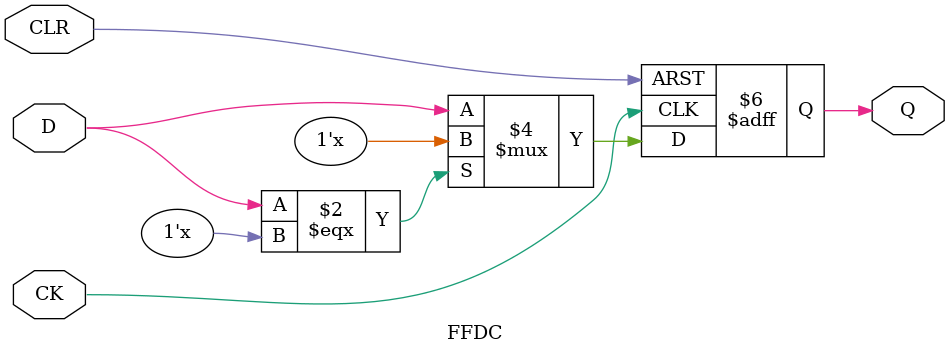
<source format=v>
`timescale 1ns / 1ns

module NAND2 (A, B, Z);
output Z;
input A,  B;

assign #(1,2) Z=!(A&B);
endmodule


module NAND3 (A, B, C, Z);
output Z;
input A, B, C;

 assign #(1,3) Z=!(A&B&C);
endmodule

module NAND4 (A, B, C, D, Z);
output Z;
input A, B, C, D;

 assign #(1,4) Z=!(A&B&C&D);
endmodule


module AND2 (A, B, Z);
output Z;
input A,  B;

assign #(1,2) Z=(A&B);
endmodule


module AND3 (A, B, C, Z);
output Z;
input A, B, C;

 assign #(1,3) Z=(A&B&C);
endmodule

module AND4 (A, B, C, D, Z);
output Z;
input A, B, C, D;

 assign #(1,4) Z=(A&B&C&D);
endmodule


module NOR2 (A, B, Z);
output Z;
input A, B;

 assign #(2,1) Z=!(A|B);
endmodule


module NOR3 (A, B, C, Z);
output Z;
input A, B, C;

 assign #(3,1) Z=!(A|B|C);
endmodule

module NOR4 (A, B, C, D, Z);
output Z;
input A, B, C, D;

 assign #(4,1) Z=!(A|B|C|D);
endmodule

module OR2 (A, B, Z);
output Z;
input A, B;

 assign #(2,1) Z=(A|B);
endmodule


module OR3 (A, B, C, Z);
output Z;
input A, B, C;

 assign #(3,1) Z=(A|B|C);
endmodule

module OR4 (A, B, C, D, Z);
output Z;
input A, B, C, D;

 assign #(4,1) Z=(A|B|C|D);
endmodule

module INV (A, Z);
output Z;
input A;

 assign #(1,1) Z=!A;
endmodule


module XOR (A, B, Z);
output Z;
input A, B;

 assign #(3,3) Z=(A^B);
endmodule

module XNOR (A, B, Z);
output Z;
input A, B;

 assign #(3,3) Z=(A~^B);
endmodule

module AOI21 (A1, A2, B, Z);
output Z;
input A1, A2, B;

 assign #(2,2) Z=!((A1&A2)|B);
endmodule

module AOI22 (A1, A2, B1,B2, Z);
output Z;
input A1, A2, B1,B2;

 assign #(2,2) Z=!((A1&A2)|(B1&B2));
endmodule

module AOI222 (A1, A2, B1,B2, C1,C2, Z);
output Z;
input A1, A2, B1,B2, C1,C2;

 assign #(2,2) Z=!((A1&A2)|(B1&B2)|(C1&C2));
endmodule

module OAI21 (A1, A2, B, Z);
output Z;
input A1, A2, B;

 assign #(2,2) Z=!((A1|A2)&B);
endmodule

module OAI22 (A1, A2, B1,B2, Z);
output Z;
input A1, A2, B1,B2;

 assign #(2,2) Z=!((A1|A2)&(B1|B2));
endmodule

module OAI222 (A1, A2, B1,B2, C1,C2, Z);
output Z;
input A1, A2, B1,B2, C1,C2;

 assign #(2,2) Z=!((A1|A2)&(B1|B2)&(C1|C2));
endmodule

module HI (HI);
output HI;
and h1 (HI,1);
endmodule

module LO (LO);
output LO;
and h1 (LO,0);
endmodule

module MUX21 (D0,D1,S,Z);
output Z;
input D0,D1,S;
assign Z=D1&S|D0&!S;
endmodule

module MUX41 (D0,D1,D2,D3,S0,S1,Z);
output Z;
input D0,D1,D2,D3,S0,S1;
//    pick up each state of decoded selects
assign Z=D0&!S0&!S1 | D1&!S1&S0 | D2&S1&!S0 | D3&S0&S1;
endmodule

// HNS - modified all FFs to be behavioral due to issues in UDP version 7/9/22
// Positive edge D FF 
module FFD (D, CK, Q);
output Q;
input D, CK;
reg Q;

always @(posedge CK)
begin
	if (D===1'bz)     // if input is 'Z', set output to X
		Q<= 1'bx;
	else
		Q<= #3 D;
end
endmodule

// behavioral D FF with high clear and preset
// Preset overrides clear
module FFDPC (D, CK, PRE, CLR, Q);
output Q;
input D,PRE,CLR, CK;
reg Q;

always @(posedge CK or posedge PRE or posedge CLR )
begin
	if (PRE)
		Q<= #2 1;
	else if (CLR)
		Q<= #2 0;
	else if (D===1'bz)
		Q<= #3 1'bx;
	else Q<= #3 D;
end
endmodule

// DFF with high active PRE  (Q=1 if PRE=1)
module FFDP (D, CK, PRE,  Q);
output Q;
input D,PRE, CK;
reg Q;

always @(posedge CK or posedge PRE )
begin
	if (PRE)
		Q<= #2 1;
	else if (D===1'bz)
		Q<= #3 1'bx;
	else Q<= #3 D;
end
endmodule

// DFF with high active CLR  (Q=0 if CLR=1)
module FFDC (D, CK, CLR,  Q);
output Q;
input D,CLR, CK;
reg Q;

always @(posedge CK or posedge CLR )
begin
	if (CLR)
		Q<= #2 0;
	else if (D===1'bz)
		Q<= #3 1'bx;
	else Q<= #3 D;
end
endmodule


</source>
